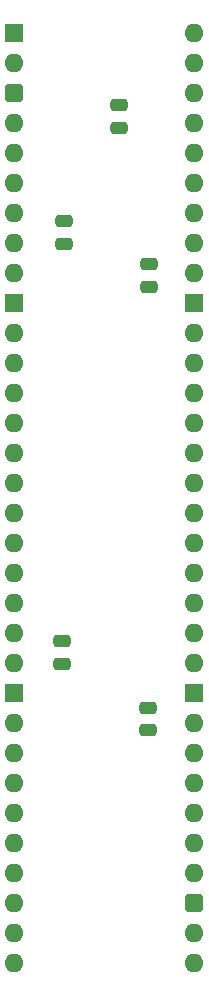
<source format=gbs>
%TF.GenerationSoftware,KiCad,Pcbnew,7.0.5*%
%TF.CreationDate,2024-05-15T13:29:15+02:00*%
%TF.ProjectId,HCP65 Main Memory Address,48435036-3520-44d6-9169-6e204d656d6f,V0*%
%TF.SameCoordinates,PX54c81a0PY37b6b20*%
%TF.FileFunction,Soldermask,Bot*%
%TF.FilePolarity,Negative*%
%FSLAX46Y46*%
G04 Gerber Fmt 4.6, Leading zero omitted, Abs format (unit mm)*
G04 Created by KiCad (PCBNEW 7.0.5) date 2024-05-15 13:29:15*
%MOMM*%
%LPD*%
G01*
G04 APERTURE LIST*
G04 Aperture macros list*
%AMRoundRect*
0 Rectangle with rounded corners*
0 $1 Rounding radius*
0 $2 $3 $4 $5 $6 $7 $8 $9 X,Y pos of 4 corners*
0 Add a 4 corners polygon primitive as box body*
4,1,4,$2,$3,$4,$5,$6,$7,$8,$9,$2,$3,0*
0 Add four circle primitives for the rounded corners*
1,1,$1+$1,$2,$3*
1,1,$1+$1,$4,$5*
1,1,$1+$1,$6,$7*
1,1,$1+$1,$8,$9*
0 Add four rect primitives between the rounded corners*
20,1,$1+$1,$2,$3,$4,$5,0*
20,1,$1+$1,$4,$5,$6,$7,0*
20,1,$1+$1,$6,$7,$8,$9,0*
20,1,$1+$1,$8,$9,$2,$3,0*%
G04 Aperture macros list end*
%ADD10R,1.600000X1.600000*%
%ADD11O,1.600000X1.600000*%
%ADD12RoundRect,0.400000X-0.400000X-0.400000X0.400000X-0.400000X0.400000X0.400000X-0.400000X0.400000X0*%
%ADD13RoundRect,0.250000X0.475000X-0.250000X0.475000X0.250000X-0.475000X0.250000X-0.475000X-0.250000X0*%
%ADD14RoundRect,0.250000X-0.475000X0.250000X-0.475000X-0.250000X0.475000X-0.250000X0.475000X0.250000X0*%
G04 APERTURE END LIST*
D10*
%TO.C,J2*%
X0Y0D03*
D11*
X0Y-2540000D03*
D12*
X0Y-5080000D03*
D11*
X0Y-7620000D03*
X0Y-10160000D03*
X0Y-12700000D03*
X0Y-15240000D03*
X0Y-17780000D03*
X0Y-20320000D03*
D10*
X0Y-22860000D03*
D11*
X0Y-25400000D03*
X0Y-27940000D03*
X0Y-30480000D03*
X0Y-33020000D03*
X0Y-35560000D03*
X0Y-38100000D03*
X0Y-40640000D03*
X0Y-43180000D03*
X0Y-45720000D03*
X0Y-48260000D03*
X0Y-50800000D03*
X0Y-53340000D03*
D10*
X0Y-55880000D03*
D11*
X0Y-58420000D03*
X0Y-60960000D03*
X0Y-63500000D03*
X0Y-66040000D03*
X0Y-68580000D03*
X0Y-71120000D03*
X0Y-73660000D03*
X0Y-76200000D03*
X0Y-78740000D03*
X15240000Y-78740000D03*
X15240000Y-76200000D03*
D12*
X15240000Y-73660000D03*
D11*
X15240000Y-71120000D03*
X15240000Y-68580000D03*
X15240000Y-66040000D03*
X15240000Y-63500000D03*
X15240000Y-60960000D03*
X15240000Y-58420000D03*
D10*
X15240000Y-55880000D03*
D11*
X15240000Y-53340000D03*
X15240000Y-50800000D03*
X15240000Y-48260000D03*
X15240000Y-45720000D03*
X15240000Y-43180000D03*
X15240000Y-40640000D03*
X15240000Y-38100000D03*
X15240000Y-35560000D03*
X15240000Y-33020000D03*
X15240000Y-30480000D03*
X15240000Y-27940000D03*
X15240000Y-25400000D03*
D10*
X15240000Y-22860000D03*
D11*
X15240000Y-20320000D03*
X15240000Y-17780000D03*
X15240000Y-15240000D03*
X15240000Y-12700000D03*
X15240000Y-10160000D03*
X15240000Y-7620000D03*
X15240000Y-5080000D03*
X15240000Y-2540000D03*
X15240000Y0D03*
%TD*%
D13*
%TO.C,C5*%
X4013200Y-53410400D03*
X4013200Y-51510400D03*
%TD*%
%TO.C,C4*%
X11328400Y-59049200D03*
X11328400Y-57149200D03*
%TD*%
D14*
%TO.C,C2*%
X8890000Y-6127200D03*
X8890000Y-8027200D03*
%TD*%
%TO.C,C3*%
X4191000Y-15957000D03*
X4191000Y-17857000D03*
%TD*%
D13*
%TO.C,C1*%
X11430000Y-21508000D03*
X11430000Y-19608000D03*
%TD*%
M02*

</source>
